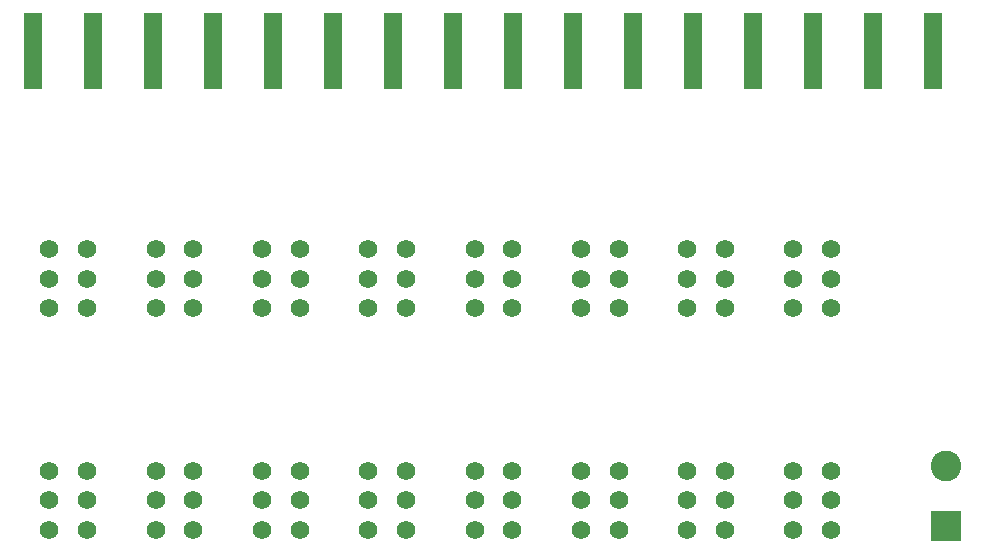
<source format=gbr>
%TF.GenerationSoftware,KiCad,Pcbnew,(6.0.10)*%
%TF.CreationDate,2023-01-13T11:07:09+01:00*%
%TF.ProjectId,SiemensSimaticS7ExpansionBoard,5369656d-656e-4735-9369-6d6174696353,rev?*%
%TF.SameCoordinates,Original*%
%TF.FileFunction,Soldermask,Bot*%
%TF.FilePolarity,Negative*%
%FSLAX46Y46*%
G04 Gerber Fmt 4.6, Leading zero omitted, Abs format (unit mm)*
G04 Created by KiCad (PCBNEW (6.0.10)) date 2023-01-13 11:07:09*
%MOMM*%
%LPD*%
G01*
G04 APERTURE LIST*
%ADD10C,1.562000*%
%ADD11R,2.600000X2.600000*%
%ADD12C,2.600000*%
%ADD13R,1.600000X6.500000*%
G04 APERTURE END LIST*
D10*
%TO.C,SW16*%
X190990400Y-128208400D03*
X187790400Y-128208400D03*
X190990400Y-130708400D03*
X187790400Y-130708400D03*
X190990400Y-133208400D03*
X187790400Y-133208400D03*
%TD*%
%TO.C,SW15*%
X181990400Y-128208400D03*
X178790400Y-128208400D03*
X181990400Y-130708400D03*
X178790400Y-130708400D03*
X181990400Y-133208400D03*
X178790400Y-133208400D03*
%TD*%
%TO.C,SW14*%
X172990400Y-128208400D03*
X169790400Y-128208400D03*
X172990400Y-130708400D03*
X169790400Y-130708400D03*
X172990400Y-133208400D03*
X169790400Y-133208400D03*
%TD*%
%TO.C,SW13*%
X163990400Y-128208400D03*
X160790400Y-128208400D03*
X163990400Y-130708400D03*
X160790400Y-130708400D03*
X163990400Y-133208400D03*
X160790400Y-133208400D03*
%TD*%
%TO.C,SW12*%
X154990400Y-128208400D03*
X151790400Y-128208400D03*
X154990400Y-130708400D03*
X151790400Y-130708400D03*
X154990400Y-133208400D03*
X151790400Y-133208400D03*
%TD*%
%TO.C,SW11*%
X145990400Y-128208400D03*
X142790400Y-128208400D03*
X145990400Y-130708400D03*
X142790400Y-130708400D03*
X145990400Y-133208400D03*
X142790400Y-133208400D03*
%TD*%
%TO.C,SW10*%
X136990400Y-128208400D03*
X133790400Y-128208400D03*
X136990400Y-130708400D03*
X133790400Y-130708400D03*
X136990400Y-133208400D03*
X133790400Y-133208400D03*
%TD*%
%TO.C,SW9*%
X127987600Y-128208400D03*
X124787600Y-128208400D03*
X127987600Y-130708400D03*
X124787600Y-130708400D03*
X127987600Y-133208400D03*
X124787600Y-133208400D03*
%TD*%
%TO.C,SW8*%
X190990400Y-109463200D03*
X187790400Y-109463200D03*
X190990400Y-111963200D03*
X187790400Y-111963200D03*
X190990400Y-114463200D03*
X187790400Y-114463200D03*
%TD*%
%TO.C,SW7*%
X181990400Y-109463200D03*
X178790400Y-109463200D03*
X181990400Y-111963200D03*
X178790400Y-111963200D03*
X181990400Y-114463200D03*
X178790400Y-114463200D03*
%TD*%
%TO.C,SW6*%
X172990400Y-109463200D03*
X169790400Y-109463200D03*
X172990400Y-111963200D03*
X169790400Y-111963200D03*
X172990400Y-114463200D03*
X169790400Y-114463200D03*
%TD*%
%TO.C,SW5*%
X163990400Y-109463200D03*
X160790400Y-109463200D03*
X163990400Y-111963200D03*
X160790400Y-111963200D03*
X163990400Y-114463200D03*
X160790400Y-114463200D03*
%TD*%
%TO.C,SW4*%
X154990400Y-109463200D03*
X151790400Y-109463200D03*
X154990400Y-111963200D03*
X151790400Y-111963200D03*
X154990400Y-114463200D03*
X151790400Y-114463200D03*
%TD*%
%TO.C,SW3*%
X145990400Y-109463200D03*
X142790400Y-109463200D03*
X145990400Y-111963200D03*
X142790400Y-111963200D03*
X145990400Y-114463200D03*
X142790400Y-114463200D03*
%TD*%
%TO.C,SW2*%
X136990400Y-109463200D03*
X133790400Y-109463200D03*
X136990400Y-111963200D03*
X133790400Y-111963200D03*
X136990400Y-114463200D03*
X133790400Y-114463200D03*
%TD*%
%TO.C,SW1*%
X127987600Y-109463200D03*
X124787600Y-109463200D03*
X127987600Y-111963200D03*
X124787600Y-111963200D03*
X127987600Y-114463200D03*
X124787600Y-114463200D03*
%TD*%
D11*
%TO.C,J1*%
X200685000Y-132915000D03*
D12*
X200685000Y-127835000D03*
%TD*%
D13*
%TO.C,J2*%
X123393200Y-92659200D03*
X128473200Y-92659200D03*
X133553200Y-92659200D03*
X138633200Y-92659200D03*
X143713200Y-92659200D03*
X148793200Y-92659200D03*
X153873200Y-92659200D03*
X158953200Y-92659200D03*
X164033200Y-92659200D03*
X169113200Y-92659200D03*
X174193200Y-92659200D03*
X179273200Y-92659200D03*
X184353200Y-92659200D03*
X189433200Y-92659200D03*
X194513200Y-92659200D03*
X199593200Y-92659200D03*
%TD*%
M02*

</source>
